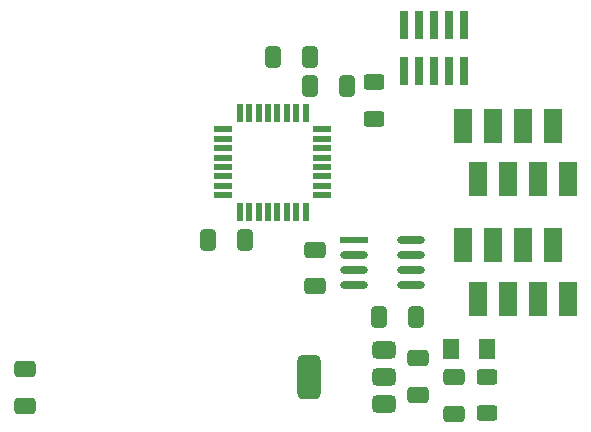
<source format=gbr>
%TF.GenerationSoftware,KiCad,Pcbnew,7.0.11-2.fc39*%
%TF.CreationDate,2024-04-03T17:16:26+02:00*%
%TF.ProjectId,CarteMPP,43617274-654d-4505-902e-6b696361645f,rev?*%
%TF.SameCoordinates,Original*%
%TF.FileFunction,Paste,Top*%
%TF.FilePolarity,Positive*%
%FSLAX46Y46*%
G04 Gerber Fmt 4.6, Leading zero omitted, Abs format (unit mm)*
G04 Created by KiCad (PCBNEW 7.0.11-2.fc39) date 2024-04-03 17:16:26*
%MOMM*%
%LPD*%
G01*
G04 APERTURE LIST*
G04 Aperture macros list*
%AMRoundRect*
0 Rectangle with rounded corners*
0 $1 Rounding radius*
0 $2 $3 $4 $5 $6 $7 $8 $9 X,Y pos of 4 corners*
0 Add a 4 corners polygon primitive as box body*
4,1,4,$2,$3,$4,$5,$6,$7,$8,$9,$2,$3,0*
0 Add four circle primitives for the rounded corners*
1,1,$1+$1,$2,$3*
1,1,$1+$1,$4,$5*
1,1,$1+$1,$6,$7*
1,1,$1+$1,$8,$9*
0 Add four rect primitives between the rounded corners*
20,1,$1+$1,$2,$3,$4,$5,0*
20,1,$1+$1,$4,$5,$6,$7,0*
20,1,$1+$1,$6,$7,$8,$9,0*
20,1,$1+$1,$8,$9,$2,$3,0*%
G04 Aperture macros list end*
%ADD10RoundRect,0.375000X0.625000X0.375000X-0.625000X0.375000X-0.625000X-0.375000X0.625000X-0.375000X0*%
%ADD11RoundRect,0.500000X0.500000X1.400000X-0.500000X1.400000X-0.500000X-1.400000X0.500000X-1.400000X0*%
%ADD12RoundRect,0.250000X0.650000X-0.412500X0.650000X0.412500X-0.650000X0.412500X-0.650000X-0.412500X0*%
%ADD13RoundRect,0.250000X-0.412500X-0.650000X0.412500X-0.650000X0.412500X0.650000X-0.412500X0.650000X0*%
%ADD14R,2.377069X0.622132*%
%ADD15RoundRect,0.311066X-0.877468X0.000000X0.877468X0.000000X0.877468X0.000000X-0.877468X0.000000X0*%
%ADD16R,1.500000X3.000000*%
%ADD17R,1.499997X3.000000*%
%ADD18RoundRect,0.250000X0.412500X0.650000X-0.412500X0.650000X-0.412500X-0.650000X0.412500X-0.650000X0*%
%ADD19RoundRect,0.250000X-0.625000X0.400000X-0.625000X-0.400000X0.625000X-0.400000X0.625000X0.400000X0*%
%ADD20RoundRect,0.250000X-0.650000X0.412500X-0.650000X-0.412500X0.650000X-0.412500X0.650000X0.412500X0*%
%ADD21RoundRect,0.250001X0.462499X0.624999X-0.462499X0.624999X-0.462499X-0.624999X0.462499X-0.624999X0*%
%ADD22R,0.740000X2.400000*%
%ADD23RoundRect,0.250000X0.625000X-0.400000X0.625000X0.400000X-0.625000X0.400000X-0.625000X-0.400000X0*%
%ADD24R,0.550000X1.500000*%
%ADD25R,1.500000X0.550000*%
G04 APERTURE END LIST*
D10*
%TO.C,U3*%
X164500000Y-118400000D03*
X164500000Y-116100000D03*
D11*
X158200000Y-116100000D03*
D10*
X164500000Y-113800000D03*
%TD*%
D12*
%TO.C,C6*%
X158700000Y-108462500D03*
X158700000Y-105337500D03*
%TD*%
D13*
%TO.C,C2*%
X149637500Y-104500000D03*
X152762500Y-104500000D03*
%TD*%
D14*
%TO.C,U2*%
X161957468Y-104495000D03*
D15*
X161957468Y-105765000D03*
X161957468Y-107035000D03*
X161957468Y-108305000D03*
X166792531Y-108305000D03*
X166792531Y-107035000D03*
X166792531Y-105765000D03*
X166792531Y-104495000D03*
%TD*%
D16*
%TO.C,JP2*%
X180088008Y-99388996D03*
X178818008Y-94888995D03*
X177548008Y-99388996D03*
X176278008Y-94888995D03*
X175008008Y-99388996D03*
X173738008Y-94888995D03*
D17*
X172468008Y-99388996D03*
X171198008Y-94888995D03*
%TD*%
D18*
%TO.C,C3*%
X158262500Y-89000000D03*
X155137500Y-89000000D03*
%TD*%
D19*
%TO.C,R1*%
X163700000Y-91150000D03*
X163700000Y-94250000D03*
%TD*%
D20*
%TO.C,C4*%
X167400000Y-114537500D03*
X167400000Y-117662500D03*
%TD*%
D21*
%TO.C,D1*%
X173200000Y-113750000D03*
X170225000Y-113750000D03*
%TD*%
D22*
%TO.C,J6*%
X166190000Y-90200000D03*
X166190000Y-86300000D03*
X167460000Y-90200000D03*
X167460000Y-86300000D03*
X168730000Y-90200000D03*
X168730000Y-86300000D03*
X170000000Y-90200000D03*
X170000000Y-86300000D03*
X171270000Y-90200000D03*
X171270000Y-86300000D03*
%TD*%
D18*
%TO.C,C7*%
X167192531Y-111005000D03*
X164067531Y-111005000D03*
%TD*%
D23*
%TO.C,R2*%
X173200000Y-119200000D03*
X173200000Y-116100000D03*
%TD*%
D12*
%TO.C,C8*%
X134100000Y-118562500D03*
X134100000Y-115437500D03*
%TD*%
D20*
%TO.C,C5*%
X170450000Y-116125000D03*
X170450000Y-119250000D03*
%TD*%
D24*
%TO.C,U1*%
X157900000Y-93750000D03*
X157100000Y-93750000D03*
X156300000Y-93750000D03*
X155500000Y-93750000D03*
X154700000Y-93750000D03*
X153900000Y-93750000D03*
X153100000Y-93750000D03*
X152300000Y-93750000D03*
D25*
X150900000Y-95150000D03*
X150900000Y-95950000D03*
X150900000Y-96750000D03*
X150900000Y-97550000D03*
X150900000Y-98350000D03*
X150900000Y-99150000D03*
X150900000Y-99950000D03*
X150900000Y-100750000D03*
D24*
X152300000Y-102150000D03*
X153100000Y-102150000D03*
X153900000Y-102150000D03*
X154700000Y-102150000D03*
X155500000Y-102150000D03*
X156300000Y-102150000D03*
X157100000Y-102150000D03*
X157900000Y-102150000D03*
D25*
X159300000Y-100750000D03*
X159300000Y-99950000D03*
X159300000Y-99150000D03*
X159300000Y-98350000D03*
X159300000Y-97550000D03*
X159300000Y-96750000D03*
X159300000Y-95950000D03*
X159300000Y-95150000D03*
%TD*%
D18*
%TO.C,C1*%
X161362500Y-91500000D03*
X158237500Y-91500000D03*
%TD*%
D16*
%TO.C,JP1*%
X180082008Y-109488996D03*
X178812008Y-104988995D03*
X177542008Y-109488996D03*
X176272008Y-104988995D03*
X175002008Y-109488996D03*
X173732008Y-104988995D03*
D17*
X172462008Y-109488996D03*
X171192008Y-104988995D03*
%TD*%
M02*

</source>
